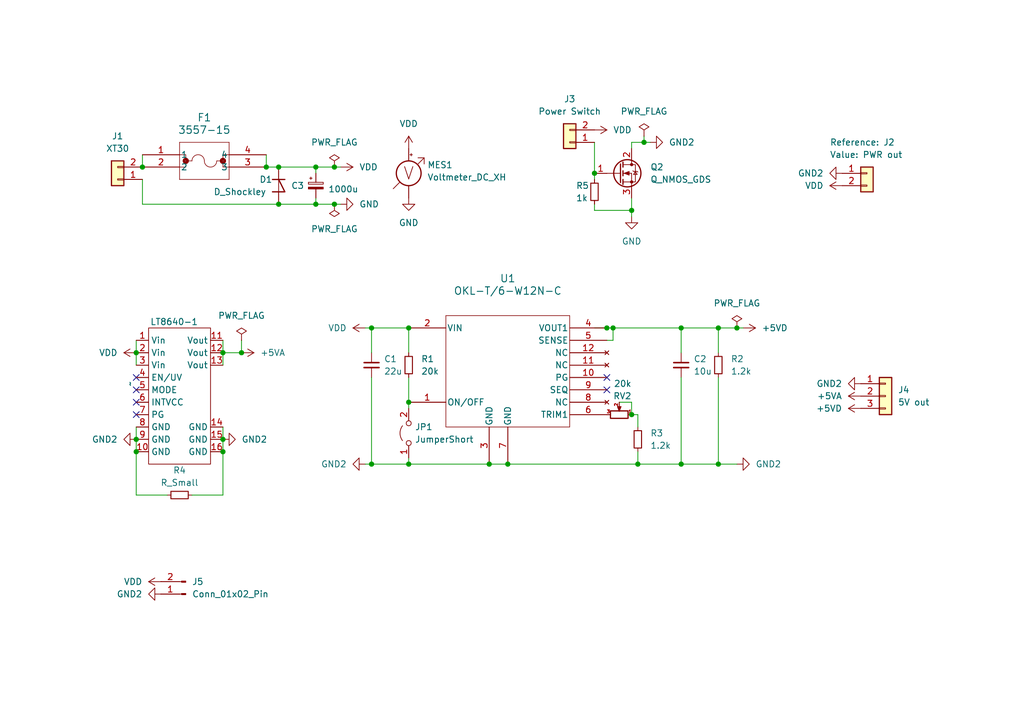
<source format=kicad_sch>
(kicad_sch (version 20231120) (generator "eeschema") (generator_version "8.0")
  (paper "A5")
  (lib_symbols
    (symbol "2024-09-15_15-34-43:OKL-T_6-W12N-C" (pin_names (offset 0.254))
      (property "Reference" "U1" (at 20.32 10.16 0))
      (property "Value" "OKL-T/6-W12N-C" (at 20.32 7.62 0))
      (symbol "OKL-T_6-W12N-C_0_1"
        (polyline (pts (xy 7.62 -20.32) (xy 33.02 -20.32)) (stroke (width 0.127)))
        (polyline (pts (xy 7.62 2.54) (xy 7.62 -20.32)) (stroke (width 0.127)))
        (polyline (pts (xy 33.02 -20.32) (xy 33.02 2.54)) (stroke (width 0.127)))
        (polyline (pts (xy 33.02 2.54) (xy 7.62 2.54)) (stroke (width 0.127)))
        (pin unspecified line (at 40.64 -10.16 180) (length 7.62) (name "PG") (number "10"))
        (pin no_connect line (at 40.64 -7.62 180) (length 7.62) (name "NC") (number "11"))
        (pin no_connect line (at 40.64 -5.08 180) (length 7.62) (name "NC") (number "12"))
        (pin input line (at 0 0 0) (length 7.62) (name "VIN") (number "2"))
        (pin no_connect line (at 40.64 -15.24 180) (length 7.62) (name "NC") (number "8"))
        (pin unspecified line (at 40.64 -12.7 180) (length 7.62) (name "SEQ") (number "9"))
      )
      (symbol "OKL-T_6-W12N-C_1_1"
        (pin passive line (at 0 -15.24 0) (length 7.62) (name "ON/OFF") (number "1"))
        (pin passive line (at 16.51 -27.94 90) (length 7.62) (name "GND") (number "3"))
        (pin passive line (at 40.64 0 180) (length 7.62) (name "VOUT1") (number "4"))
        (pin passive line (at 40.64 -2.54 180) (length 7.62) (name "SENSE") (number "5"))
        (pin passive line (at 40.64 -17.78 180) (length 7.62) (name "TRIM1") (number "6"))
        (pin passive line (at 20.32 -27.94 90) (length 7.62) (name "GND") (number "7"))
      )
    )
    (symbol "3357_15:3557-15" (pin_names (offset 0.254))
      (property "Reference" "F1" (at 12.7 7.62 0))
      (property "Value" "3557-15" (at 12.7 5.08 0))
      (symbol "3557-15_0_1"
        (polyline (pts (xy 7.62 -5.08) (xy 17.78 -5.08)) (stroke (width 0.127)))
        (polyline (pts (xy 7.62 0) (xy 8.89 0)) (stroke (width 0.127)))
        (polyline (pts (xy 7.62 2.54) (xy 7.62 -5.08)) (stroke (width 0.127)))
        (polyline (pts (xy 8.89 -2.54) (xy 7.62 -2.54)) (stroke (width 0.127)))
        (polyline (pts (xy 8.89 -1.27) (xy 10.16 -1.27)) (stroke (width 0.127)))
        (polyline (pts (xy 8.89 0) (xy 8.89 -2.54)) (stroke (width 0.127)))
        (polyline (pts (xy 15.24 -1.27) (xy 16.51 -1.27)) (stroke (width 0.127)))
        (polyline (pts (xy 16.51 -2.54) (xy 17.78 -2.54)) (stroke (width 0.127)))
        (polyline (pts (xy 16.51 0) (xy 16.51 -2.54)) (stroke (width 0.127)))
        (polyline (pts (xy 16.51 0) (xy 17.78 0)) (stroke (width 0.127)))
        (polyline (pts (xy 17.78 -5.08) (xy 17.78 2.54)) (stroke (width 0.127)))
        (polyline (pts (xy 17.78 2.54) (xy 7.62 2.54)) (stroke (width 0.127)))
        (circle (center 8.89 -1.27) (radius 0.127) (stroke (width 0.508)))
        (arc (start 12.7 -1.27) (mid 11.43 -0.0055) (end 10.16 -1.27) (stroke (width 0.127)))
        (arc (start 12.7 -1.27) (mid 13.97 -2.5345) (end 15.24 -1.27) (stroke (width 0.127)))
        (circle (center 16.51 -1.27) (radius 0.127) (stroke (width 0.508)))
      )
      (symbol "3557-15_1_1"
        (pin passive line (at 0 0 0) (length 7.62) (name "1") (number "1"))
        (pin passive line (at 0 -2.54 0) (length 7.62) (name "2") (number "2"))
        (pin passive line (at 25.4 -2.54 180) (length 7.62) (name "3") (number "3"))
        (pin passive line (at 25.4 0 180) (length 7.62) (name "4") (number "4"))
      )
    )
    (symbol "Connector:Conn_01x02_Pin" (pin_names (offset 1.016) hide)
      (property "Reference" "J" (at 0 2.54 0))
      (property "Value" "Conn_01x02_Pin" (at 0 -5.08 0))
      (symbol "Conn_01x02_Pin_1_1"
        (polyline (pts (xy 1.27 -2.54) (xy 0.8636 -2.54)) (stroke (width 0.1524)))
        (polyline (pts (xy 1.27 0) (xy 0.8636 0)) (stroke (width 0.1524)))
        (rectangle (start 0.8636 -2.413) (end 0 -2.667) (stroke (width 0.1524)) (fill (type outline)))
        (rectangle (start 0.8636 0.127) (end 0 -0.127) (stroke (width 0.1524)) (fill (type outline)))
        (pin passive line (at 5.08 0 180) (length 3.81) (name "Pin_1") (number "1"))
        (pin passive line (at 5.08 -2.54 180) (length 3.81) (name "Pin_2") (number "2"))
      )
    )
    (symbol "Connector_Generic:Conn_01x02" (pin_names (offset 1.016) hide)
      (property "Reference" "J" (at 0 2.54 0))
      (property "Value" "Conn_01x02" (at 0 -5.08 0))
      (symbol "Conn_01x02_1_1"
        (rectangle (start -1.27 -2.413) (end 0 -2.667) (stroke (width 0.1524)))
        (rectangle (start -1.27 0.127) (end 0 -0.127) (stroke (width 0.1524)))
        (rectangle (start -1.27 1.27) (end 1.27 -3.81) (stroke (width 0.254)) (fill (type background)))
        (pin passive line (at -5.08 0 0) (length 3.81) (name "Pin_1") (number "1"))
        (pin passive line (at -5.08 -2.54 0) (length 3.81) (name "Pin_2") (number "2"))
      )
    )
    (symbol "Connector_Generic:Conn_01x03" (pin_names (offset 1.016) hide)
      (property "Reference" "J" (at 0 5.08 0))
      (property "Value" "Conn_01x03" (at 0 -5.08 0))
      (symbol "Conn_01x03_1_1"
        (rectangle (start -1.27 -2.413) (end 0 -2.667) (stroke (width 0.1524)))
        (rectangle (start -1.27 0.127) (end 0 -0.127) (stroke (width 0.1524)))
        (rectangle (start -1.27 2.667) (end 0 2.413) (stroke (width 0.1524)))
        (rectangle (start -1.27 3.81) (end 1.27 -3.81) (stroke (width 0.254)) (fill (type background)))
        (pin passive line (at -5.08 2.54 0) (length 3.81) (name "Pin_1") (number "1"))
        (pin passive line (at -5.08 0 0) (length 3.81) (name "Pin_2") (number "2"))
        (pin passive line (at -5.08 -2.54 0) (length 3.81) (name "Pin_3") (number "3"))
      )
    )
    (symbol "Device:C_Polarized_Small" (pin_numbers hide) (pin_names (offset 0.254) hide)
      (property "Reference" "C" (at 0.254 1.778 0))
      (property "Value" "C_Polarized_Small" (at 0.254 -2.032 0))
      (symbol "C_Polarized_Small_0_1"
        (rectangle (start -1.524 -0.3048) (end 1.524 -0.6858) (fill (type outline)))
        (rectangle (start -1.524 0.6858) (end 1.524 0.3048))
        (polyline (pts (xy -1.27 1.524) (xy -0.762 1.524)))
        (polyline (pts (xy -1.016 1.27) (xy -1.016 1.778)))
      )
      (symbol "C_Polarized_Small_1_1"
        (pin passive line (at 0 2.54 270) (length 1.8542) (name "~") (number "1"))
        (pin passive line (at 0 -2.54 90) (length 1.8542) (name "~") (number "2"))
      )
    )
    (symbol "Device:C_Small" (pin_numbers hide) (pin_names (offset 0.254) hide)
      (property "Reference" "C" (at 0.254 1.778 0))
      (property "Value" "C_Small" (at 0.254 -2.032 0))
      (symbol "C_Small_0_1"
        (polyline (pts (xy -1.524 -0.508) (xy 1.524 -0.508)) (stroke (width 0.3302)))
        (polyline (pts (xy -1.524 0.508) (xy 1.524 0.508)) (stroke (width 0.3048)))
      )
      (symbol "C_Small_1_1"
        (pin passive line (at 0 2.54 270) (length 2.032) (name "~") (number "1"))
        (pin passive line (at 0 -2.54 90) (length 2.032) (name "~") (number "2"))
      )
    )
    (symbol "Device:D_Shockley" (pin_numbers hide) (pin_names (offset 1.016) hide)
      (property "Reference" "D" (at 0 2.54 0))
      (property "Value" "D_Shockley" (at 0 -2.54 0))
      (symbol "D_Shockley_0_1"
        (polyline (pts (xy -1.27 0) (xy 1.27 0)))
        (polyline (pts (xy -1.27 1.27) (xy -1.27 -1.27)) (stroke (width 0.254)))
        (polyline (pts (xy -1.27 0) (xy 1.27 1.27) (xy 1.27 -1.27)) (stroke (width 0.254)))
      )
      (symbol "D_Shockley_1_1"
        (pin passive line (at -3.81 0 0) (length 2.54) (name "K") (number "1"))
        (pin passive line (at 3.81 0 180) (length 2.54) (name "A") (number "2"))
      )
    )
    (symbol "Device:Q_NMOS_GDS" (pin_names (offset 0) hide)
      (property "Reference" "Q" (at 5.08 1.27 0))
      (property "Value" "Q_NMOS_GDS" (at 5.08 -1.27 0))
      (symbol "Q_NMOS_GDS_0_1"
        (polyline (pts (xy 0.254 0) (xy -2.54 0)))
        (polyline (pts (xy 0.254 1.905) (xy 0.254 -1.905)) (stroke (width 0.254)))
        (polyline (pts (xy 0.762 -1.27) (xy 0.762 -2.286)) (stroke (width 0.254)))
        (polyline (pts (xy 0.762 0.508) (xy 0.762 -0.508)) (stroke (width 0.254)))
        (polyline (pts (xy 0.762 2.286) (xy 0.762 1.27)) (stroke (width 0.254)))
        (polyline (pts (xy 2.54 2.54) (xy 2.54 1.778)))
        (polyline (pts (xy 2.54 -2.54) (xy 2.54 0) (xy 0.762 0)))
        (polyline (pts (xy 0.762 -1.778) (xy 3.302 -1.778) (xy 3.302 1.778) (xy 0.762 1.778)))
        (polyline (pts (xy 1.016 0) (xy 2.032 0.381) (xy 2.032 -0.381) (xy 1.016 0)) (fill (type outline)))
        (polyline (pts (xy 2.794 0.508) (xy 2.921 0.381) (xy 3.683 0.381) (xy 3.81 0.254)))
        (polyline (pts (xy 3.302 0.381) (xy 2.921 -0.254) (xy 3.683 -0.254) (xy 3.302 0.381)))
        (circle (center 1.651 0) (radius 2.794) (stroke (width 0.254)))
        (circle (center 2.54 -1.778) (radius 0.254) (fill (type outline)))
        (circle (center 2.54 1.778) (radius 0.254) (fill (type outline)))
      )
      (symbol "Q_NMOS_GDS_1_1"
        (pin input line (at -5.08 0 0) (length 2.54) (name "G") (number "1"))
        (pin passive line (at 2.54 5.08 270) (length 2.54) (name "D") (number "2"))
        (pin passive line (at 2.54 -5.08 90) (length 2.54) (name "S") (number "3"))
      )
    )
    (symbol "Device:R_Potentiometer_Small" (pin_names (offset 1.016) hide)
      (property "Reference" "RV" (at -4.445 0 90))
      (property "Value" "R_Potentiometer_Small" (at -2.54 0 90))
      (symbol "R_Potentiometer_Small_0_1"
        (polyline (pts (xy 0.889 0) (xy 0.635 0) (xy 1.651 0.381) (xy 1.651 -0.381) (xy 0.635 0) (xy 0.889 0)) (fill (type outline)))
        (rectangle (start 0.762 1.8034) (end -0.762 -1.8034) (stroke (width 0.254)))
      )
      (symbol "R_Potentiometer_Small_1_1"
        (pin passive line (at 0 2.54 270) (length 0.635) (name "1") (number "1"))
        (pin passive line (at 2.54 0 180) (length 0.9906) (name "2") (number "2"))
        (pin passive line (at 0 -2.54 90) (length 0.635) (name "3") (number "3"))
      )
    )
    (symbol "Device:R_Small" (pin_numbers hide) (pin_names (offset 0.254) hide)
      (property "Reference" "R" (at 0.762 0.508 0))
      (property "Value" "R_Small" (at 0.762 -1.016 0))
      (symbol "R_Small_0_1"
        (rectangle (start -0.762 1.778) (end 0.762 -1.778) (stroke (width 0.2032)))
      )
      (symbol "R_Small_1_1"
        (pin passive line (at 0 2.54 270) (length 0.762) (name "~") (number "1"))
        (pin passive line (at 0 -2.54 90) (length 0.762) (name "~") (number "2"))
      )
    )
    (symbol "Device:Voltmeter_DC" (pin_numbers hide) (pin_names (offset 0.0254) hide)
      (property "Reference" "MES" (at -3.302 1.016 0))
      (property "Value" "Voltmeter_DC" (at -3.302 -0.762 0))
      (symbol "Voltmeter_DC_0_0"
        (polyline (pts (xy -3.175 -3.175) (xy -1.905 -1.905)))
        (polyline (pts (xy 1.905 1.905) (xy 3.175 3.175)))
        (polyline (pts (xy 1.905 3.175) (xy 3.175 3.175) (xy 3.175 1.905)))
        (text "V" (at 0 0 0) (effects (font (size 2.54 2.54))))
      )
      (symbol "Voltmeter_DC_0_1"
        (polyline (pts (xy 0.254 3.81) (xy 0.762 3.81)))
        (polyline (pts (xy 0.508 4.064) (xy 0.508 3.556)))
        (circle (center 0 0) (radius 2.54) (stroke (width 0.254)))
      )
      (symbol "Voltmeter_DC_1_1"
        (pin passive line (at 0 -5.08 90) (length 2.54) (name "-") (number "1"))
        (pin passive line (at 0 5.08 270) (length 2.54) (name "+") (number "2"))
      )
    )
    (symbol "GND2_1" (power) (pin_numbers hide) (pin_names (offset 0) hide)
      (property "Value" "GND2" (at 0 -3.81 0))
      (symbol "GND2_1_0_1"
        (polyline (pts (xy 0 0) (xy 0 -1.27) (xy 1.27 -1.27) (xy 0 -2.54) (xy -1.27 -1.27) (xy 0 -1.27)))
      )
      (symbol "GND2_1_1_1"
        (pin power_in line (at 0 0 270) (length 0) (name "~") (number "1"))
      )
    )
    (symbol "Jumper:Jumper_2_Open" (pin_names (offset 0) hide)
      (property "Reference" "JP" (at 0 2.794 0))
      (property "Value" "Jumper_2_Open" (at 0 -2.286 0))
      (symbol "Jumper_2_Open_0_0"
        (circle (center -2.032 0) (radius 0.508))
        (circle (center 2.032 0) (radius 0.508))
      )
      (symbol "Jumper_2_Open_0_1"
        (arc (start 1.524 1.27) (mid 0 1.778) (end -1.524 1.27))
      )
      (symbol "Jumper_2_Open_1_1"
        (pin passive line (at -5.08 0 0) (length 2.54) (name "A") (number "1"))
        (pin passive line (at 5.08 0 180) (length 2.54) (name "B") (number "2"))
      )
    )
    (symbol "LT8640:LT8640"
      (property "Reference" "LT8640-1" (at 15.24 -13.97 90))
      (property "Value" "~" (at 2.54 0 0))
      (symbol "LT8640_0_1"
        (rectangle (start -13.97 -3.81) (end 13.97 -16.51))
      )
      (symbol "LT8640_1_1"
        (pin power_in line (at 11.43 -1.27 270) (length 2.54) (name "Vin") (number "1"))
        (pin passive line (at -11.43 -1.27 270) (length 2.54) (name "GND") (number "10"))
        (pin passive line (at 11.43 -19.05 90) (length 2.54) (name "Vout") (number "11"))
        (pin passive line (at 8.89 -19.05 90) (length 2.54) (name "Vout") (number "12"))
        (pin passive line (at 6.35 -19.05 90) (length 2.54) (name "Vout") (number "13"))
        (pin passive line (at -6.35 -19.05 90) (length 2.54) (name "GND") (number "14"))
        (pin passive line (at -8.89 -19.05 90) (length 2.54) (name "GND") (number "15"))
        (pin passive line (at -11.43 -19.05 90) (length 2.54) (name "GND") (number "16"))
        (pin power_in line (at 8.89 -1.27 270) (length 2.54) (name "Vin") (number "2"))
        (pin power_in line (at 6.35 -1.27 270) (length 2.54) (name "Vin") (number "3"))
        (pin passive line (at 3.81 -1.27 270) (length 2.54) (name "EN/UV") (number "4"))
        (pin passive line (at 1.27 -1.27 270) (length 2.54) (name "MODE") (number "5"))
        (pin passive line (at -1.27 -1.27 270) (length 2.54) (name "INTVCC") (number "6"))
        (pin passive line (at -3.81 -1.27 270) (length 2.54) (name "PG") (number "7"))
        (pin passive line (at -6.35 -1.27 270) (length 2.54) (name "GND") (number "8"))
        (pin passive line (at -8.89 -1.27 270) (length 2.54) (name "GND") (number "9"))
      )
    )
    (symbol "VDD_1" (power) (pin_numbers hide) (pin_names (offset 0) hide)
      (property "Value" "VDD" (at 0 3.556 0))
      (symbol "VDD_1_0_1"
        (polyline (pts (xy -0.762 1.27) (xy 0 2.54)))
        (polyline (pts (xy 0 0) (xy 0 2.54)))
        (polyline (pts (xy 0 2.54) (xy 0.762 1.27)))
      )
      (symbol "VDD_1_1_1"
        (pin power_in line (at 0 0 90) (length 0) (name "~") (number "1"))
      )
    )
    (symbol "power:+5VA" (power) (pin_names (offset 0))
      (property "Value" "+5VA" (at 0 3.556 0))
      (symbol "+5VA_0_1"
        (polyline (pts (xy -0.762 1.27) (xy 0 2.54)))
        (polyline (pts (xy 0 0) (xy 0 2.54)))
        (polyline (pts (xy 0 2.54) (xy 0.762 1.27)))
      )
      (symbol "+5VA_1_1"
        (pin power_in line (at 0 0 90) (length 0) hide (name "+5VA") (number "1"))
      )
    )
    (symbol "power:+5VD" (power) (pin_names (offset 0))
      (property "Value" "+5VD" (at 0 3.556 0))
      (symbol "+5VD_0_1"
        (polyline (pts (xy -0.762 1.27) (xy 0 2.54)))
        (polyline (pts (xy 0 0) (xy 0 2.54)))
        (polyline (pts (xy 0 2.54) (xy 0.762 1.27)))
      )
      (symbol "+5VD_1_1"
        (pin power_in line (at 0 0 90) (length 0) hide (name "+5VD") (number "1"))
      )
    )
    (symbol "power:GND" (power) (pin_names (offset 0))
      (property "Value" "GND" (at 0 -3.81 0))
      (symbol "GND_0_1"
        (polyline (pts (xy 0 0) (xy 0 -1.27) (xy 1.27 -1.27) (xy 0 -2.54) (xy -1.27 -1.27) (xy 0 -1.27)))
      )
      (symbol "GND_1_1"
        (pin power_in line (at 0 0 270) (length 0) hide (name "GND") (number "1"))
      )
    )
    (symbol "power:GND2" (power) (pin_names (offset 0))
      (property "Value" "GND2" (at 0 -3.81 0))
      (symbol "GND2_0_1"
        (polyline (pts (xy 0 0) (xy 0 -1.27) (xy 1.27 -1.27) (xy 0 -2.54) (xy -1.27 -1.27) (xy 0 -1.27)))
      )
      (symbol "GND2_1_1"
        (pin power_in line (at 0 0 270) (length 0) hide (name "GND2") (number "1"))
      )
    )
    (symbol "power:PWR_FLAG" (power) (pin_numbers hide) (pin_names (offset 0) hide)
      (property "Value" "PWR_FLAG" (at 0 3.81 0))
      (symbol "PWR_FLAG_0_0"
        (pin power_out line (at 0 0 90) (length 0) (name "pwr") (number "1"))
      )
      (symbol "PWR_FLAG_0_1"
        (polyline (pts (xy 0 0) (xy 0 1.27) (xy -1.016 1.905) (xy 0 2.54) (xy 1.016 1.905) (xy 0 1.27)))
      )
    )
    (symbol "power:VDD" (power) (pin_names (offset 0))
      (property "Value" "VDD" (at 0 3.81 0))
      (symbol "VDD_0_1"
        (polyline (pts (xy -0.762 1.27) (xy 0 2.54)))
        (polyline (pts (xy 0 0) (xy 0 2.54)))
        (polyline (pts (xy 0 2.54) (xy 0.762 1.27)))
      )
      (symbol "VDD_1_1"
        (pin power_in line (at 0 0 90) (length 0) hide (name "VDD") (number "1"))
      )
    )
  )
  (junction (at 45.72 90.17))
  (junction (at 76.2 67.31))
  (junction (at 147.32 67.31))
  (junction (at 64.77 41.91))
  (junction (at 139.7 67.31))
  (junction (at 124.46 67.31))
  (junction (at 129.54 85.09))
  (junction (at 27.94 90.17))
  (junction (at 83.82 67.31))
  (junction (at 83.82 95.25))
  (junction (at 147.32 95.25))
  (junction (at 125.73 67.31))
  (junction (at 139.7 95.25))
  (junction (at 45.72 92.71))
  (junction (at 54.61 34.29))
  (junction (at 121.92 35.56))
  (junction (at 68.58 34.29))
  (junction (at 57.15 34.29))
  (junction (at 76.2 95.25))
  (junction (at 29.21 34.29))
  (junction (at 64.77 34.29))
  (junction (at 151.13 67.31))
  (junction (at 49.53 72.39))
  (junction (at 45.72 72.39))
  (junction (at 57.15 41.91))
  (junction (at 129.54 43.18))
  (junction (at 83.82 82.55))
  (junction (at 27.94 92.71))
  (junction (at 132.08 29.21))
  (junction (at 100.33 95.25))
  (junction (at 104.14 95.25))
  (junction (at 130.81 95.25))
  (junction (at 68.58 41.91))
  (junction (at 27.94 72.39))
  (no_connect (at 27.94 80.01))
  (no_connect (at 124.46 80.01))
  (no_connect (at 27.94 77.47))
  (no_connect (at 27.94 85.09))
  (no_connect (at 124.46 77.47))
  (no_connect (at 27.94 82.55))
  (wire (pts (xy 39.37 101.6) (xy 45.72 101.6)))
  (wire (pts (xy 45.72 87.63) (xy 45.72 90.17)))
  (wire (pts (xy 124.46 67.31) (xy 125.73 67.31)))
  (wire (pts (xy 45.72 101.6) (xy 45.72 92.71)))
  (wire (pts (xy 130.81 95.25) (xy 139.7 95.25)))
  (wire (pts (xy 125.73 69.85) (xy 125.73 67.31)))
  (wire (pts (xy 83.82 77.47) (xy 83.82 82.55)))
  (wire (pts (xy 100.33 95.25) (xy 104.14 95.25)))
  (wire (pts (xy 147.32 95.25) (xy 139.7 95.25)))
  (wire (pts (xy 129.54 29.21) (xy 129.54 30.48)))
  (wire (pts (xy 139.7 67.31) (xy 139.7 72.39)))
  (wire (pts (xy 74.93 67.31) (xy 76.2 67.31)))
  (wire (pts (xy 83.82 83.82) (xy 83.82 82.55)))
  (wire (pts (xy 64.77 34.29) (xy 68.58 34.29)))
  (wire (pts (xy 27.94 72.39) (xy 27.94 74.93)))
  (wire (pts (xy 124.46 69.85) (xy 125.73 69.85)))
  (wire (pts (xy 27.94 69.85) (xy 27.94 72.39)))
  (wire (pts (xy 45.72 90.17) (xy 45.72 92.71)))
  (wire (pts (xy 147.32 67.31) (xy 151.13 67.31)))
  (wire (pts (xy 121.92 67.31) (xy 124.46 67.31)))
  (wire (pts (xy 104.14 95.25) (xy 130.81 95.25)))
  (wire (pts (xy 129.54 85.09) (xy 129.54 82.55)))
  (wire (pts (xy 29.21 41.91) (xy 29.21 36.83)))
  (wire (pts (xy 68.58 34.29) (xy 69.85 34.29)))
  (wire (pts (xy 68.58 41.91) (xy 69.85 41.91)))
  (wire (pts (xy 54.61 31.75) (xy 54.61 34.29)))
  (wire (pts (xy 76.2 95.25) (xy 83.82 95.25)))
  (wire (pts (xy 29.21 41.91) (xy 57.15 41.91)))
  (wire (pts (xy 27.94 101.6) (xy 27.94 92.71)))
  (wire (pts (xy 125.73 67.31) (xy 139.7 67.31)))
  (wire (pts (xy 64.77 35.56) (xy 64.77 34.29)))
  (wire (pts (xy 54.61 34.29) (xy 57.15 34.29)))
  (wire (pts (xy 151.13 95.25) (xy 147.32 95.25)))
  (wire (pts (xy 129.54 40.64) (xy 129.54 43.18)))
  (wire (pts (xy 121.92 43.18) (xy 121.92 41.91)))
  (wire (pts (xy 27.94 87.63) (xy 27.94 90.17)))
  (wire (pts (xy 34.29 101.6) (xy 27.94 101.6)))
  (wire (pts (xy 147.32 67.31) (xy 147.32 72.39)))
  (wire (pts (xy 132.08 29.21) (xy 129.54 29.21)))
  (wire (pts (xy 45.72 69.85) (xy 45.72 72.39)))
  (wire (pts (xy 130.81 85.09) (xy 129.54 85.09)))
  (wire (pts (xy 121.92 43.18) (xy 129.54 43.18)))
  (wire (pts (xy 147.32 77.47) (xy 147.32 95.25)))
  (wire (pts (xy 129.54 43.18) (xy 129.54 44.45)))
  (wire (pts (xy 76.2 77.47) (xy 76.2 95.25)))
  (wire (pts (xy 152.4 67.31) (xy 151.13 67.31)))
  (wire (pts (xy 121.92 35.56) (xy 121.92 36.83)))
  (wire (pts (xy 57.15 41.91) (xy 64.77 41.91)))
  (wire (pts (xy 49.53 72.39) (xy 45.72 72.39)))
  (wire (pts (xy 130.81 87.63) (xy 130.81 85.09)))
  (wire (pts (xy 83.82 93.98) (xy 83.82 95.25)))
  (wire (pts (xy 132.08 27.94) (xy 132.08 29.21)))
  (wire (pts (xy 76.2 67.31) (xy 83.82 67.31)))
  (wire (pts (xy 83.82 67.31) (xy 83.82 72.39)))
  (wire (pts (xy 57.15 34.29) (xy 64.77 34.29)))
  (wire (pts (xy 121.92 29.21) (xy 121.92 35.56)))
  (wire (pts (xy 130.81 92.71) (xy 130.81 95.25)))
  (wire (pts (xy 129.54 82.55) (xy 127 82.55)))
  (wire (pts (xy 133.35 29.21) (xy 132.08 29.21)))
  (wire (pts (xy 64.77 40.64) (xy 64.77 41.91)))
  (wire (pts (xy 74.93 95.25) (xy 76.2 95.25)))
  (wire (pts (xy 29.21 31.75) (xy 29.21 34.29)))
  (wire (pts (xy 64.77 41.91) (xy 68.58 41.91)))
  (wire (pts (xy 45.72 72.39) (xy 45.72 74.93)))
  (wire (pts (xy 27.94 90.17) (xy 27.94 92.71)))
  (wire (pts (xy 139.7 67.31) (xy 147.32 67.31)))
  (wire (pts (xy 49.53 69.85) (xy 49.53 72.39)))
  (wire (pts (xy 76.2 67.31) (xy 76.2 72.39)))
  (wire (pts (xy 139.7 77.47) (xy 139.7 95.25)))
  (wire (pts (xy 83.82 95.25) (xy 100.33 95.25)))
  (symbol (lib_id "power:VDD") (at 121.92 26.67 270) (unit 1)
    (property "Reference" "#PWR017" (effects (hide yes)))
    (property "Value" "VDD" (at 125.73 26.67 90) (effects (justify left)))
  )
  (symbol (lib_id "power:+5VA") (at 49.53 72.39 270) (unit 1)
    (property "Reference" "#PWR09" (effects (hide yes)))
    (property "Value" "+5VA" (at 53.34 72.39 90) (effects (justify left)))
  )
  (symbol (lib_id "power:PWR_FLAG") (at 151.13 67.31 0) (unit 1)
    (property "Reference" "#FLG05" (effects (hide yes)))
    (property "Value" "PWR_FLAG" (at 151.13 62.23 0))
  )
  (symbol (lib_id "Connector_Generic:Conn_01x02") (at 116.84 29.21 180) (unit 1)
    (property "Reference" "J3" (at 116.84 20.32 0))
    (property "Value" "Power Switch" (at 116.84 22.86 0))
    (property "Footprint" "Connector_JST:JST_XH_B2B-XH-A_1x02_P2.50mm_Vertical" (effects (hide yes)))
  )
  (symbol (lib_id "LT8640:LT8640") (at 26.67 81.28 90) (unit 1)
    (property "Reference" "LT8640-1" (at 40.64 66.04 90) (effects (justify left)))
    (property "Value" "~" (at 26.67 78.74 0))
    (property "Footprint" "LT8640:LT8640" (effects (hide yes)))
  )
  (symbol (lib_id "power:GND2") (at 133.35 29.21 90) (unit 1)
    (property "Reference" "#PWR010" (effects (hide yes)))
    (property "Value" "GND2" (at 137.16 29.21 90) (effects (justify right)))
  )
  (symbol (lib_id "power:PWR_FLAG") (at 68.58 34.29 0) (unit 1)
    (property "Reference" "#FLG01" (effects (hide yes)))
    (property "Value" "PWR_FLAG" (at 68.58 29.21 0))
  )
  (symbol (lib_id "Device:Q_NMOS_GDS") (at 127 35.56 0) (unit 1)
    (property "Reference" "Q2" (at 133.35 34.29 0) (effects (justify left)))
    (property "Value" "Q_NMOS_GDS" (at 133.35 36.83 0) (effects (justify left)))
    (property "Footprint" "Package_TO_SOT_THT:TO-220-3_Vertical" (effects (hide yes)))
  )
  (symbol (lib_id "power:VDD") (at 69.85 34.29 270) (unit 1)
    (property "Reference" "#PWR01" (effects (hide yes)))
    (property "Value" "VDD" (at 73.66 34.29 90) (effects (justify left)))
  )
  (symbol (lib_id "Device:Voltmeter_DC") (at 83.82 35.56 0) (unit 1)
    (property "Reference" "MES1" (at 87.63 33.8455 0) (effects (justify left)))
    (property "Value" "Voltmeter_DC_XH" (at 87.63 36.3855 0) (effects (justify left)))
    (property "Footprint" "Connector_JST:JST_XH_B2B-XH-A_1x02_P2.50mm_Vertical" (effects (hide yes)))
  )
  (symbol (lib_id "Jumper:Jumper_2_Open") (at 83.82 88.9 90) (unit 1)
    (property "Reference" "JP1" (at 85.09 87.63 90) (effects (justify right)))
    (property "Value" "JumperShort" (at 85.09 90.17 90) (effects (justify right)))
    (property "Footprint" "Connector_PinHeader_2.54mm:PinHeader_1x02_P2.54mm_Vertical" (effects (hide yes)))
  )
  (symbol (lib_id "power:PWR_FLAG") (at 132.08 27.94 0) (unit 1)
    (property "Reference" "#FLG04" (effects (hide yes)))
    (property "Value" "PWR_FLAG" (at 132.08 22.86 0))
  )
  (symbol (lib_id "Connector:Conn_01x02_Pin") (at 38.1 121.92 180) (unit 1)
    (property "Reference" "J5" (at 39.37 119.3799 0) (effects (justify right)))
    (property "Value" "Conn_01x02_Pin" (at 39.37 121.9199 0) (effects (justify right)))
    (property "Footprint" "Connector_PinHeader_2.54mm:PinHeader_1x02_P2.54mm_Vertical" (effects (hide yes)))
    (property "Description" "Generic connector, single row, 01x02, script generated" (effects (hide yes)))
  )
  (symbol (lib_id "power:PWR_FLAG") (at 68.58 41.91 180) (unit 1)
    (property "Reference" "#FLG02" (effects (hide yes)))
    (property "Value" "PWR_FLAG" (at 68.58 46.99 0))
  )
  (symbol (lib_id "Device:C_Polarized_Small") (at 64.77 38.1 0) (unit 1)
    (property "Reference" "C3" (at 59.69 38.1 0) (effects (justify left)))
    (property "Value" "1000u" (at 67.31 38.8239 0) (effects (justify left)))
    (property "Footprint" "Capacitor_THT:CP_Radial_D8.0mm_P3.50mm" (effects (hide yes)))
  )
  (symbol (lib_id "power:GND2") (at 172.72 35.56 270) (unit 1)
    (property "Reference" "#PWR07" (effects (hide yes)))
    (property "Value" "GND2" (at 168.91 35.56 90) (effects (justify right)))
  )
  (symbol (lib_id "Device:C_Small") (at 76.2 74.93 0) (unit 1)
    (property "Reference" "C1" (at 78.74 73.6663 0) (effects (justify left)))
    (property "Value" "22u" (at 78.74 76.2063 0) (effects (justify left)))
    (property "Footprint" "Capacitor_SMD:C_0603_1608Metric_Pad1.08x0.95mm_HandSolder" (effects (hide yes)))
  )
  (symbol (lib_id "Device:C_Small") (at 139.7 74.93 0) (unit 1)
    (property "Reference" "C2" (at 142.24 73.6663 0) (effects (justify left)))
    (property "Value" "10u" (at 142.24 76.2063 0) (effects (justify left)))
    (property "Footprint" "Capacitor_SMD:C_0603_1608Metric_Pad1.08x0.95mm_HandSolder" (effects (hide yes)))
  )
  (symbol (lib_id "Device:R_Small") (at 83.82 74.93 0) (unit 1)
    (property "Reference" "R1" (at 86.36 73.66 0) (effects (justify left)))
    (property "Value" "20k" (at 86.36 76.2 0) (effects (justify left)))
    (property "Footprint" "Resistor_SMD:R_0603_1608Metric_Pad0.98x0.95mm_HandSolder" (effects (hide yes)))
  )
  (symbol (lib_id "power:GND") (at 69.85 41.91 90) (unit 1)
    (property "Reference" "#PWR02" (effects (hide yes)))
    (property "Value" "GND" (at 73.66 41.91 90) (effects (justify right)))
  )
  (symbol (lib_id "power:+5VA") (at 176.53 81.28 90) (unit 1)
    (property "Reference" "#PWR020" (effects (hide yes)))
    (property "Value" "+5VA" (at 172.72 81.28 90) (effects (justify left)))
  )
  (symbol (lib_id "power:PWR_FLAG") (at 49.53 69.85 0) (unit 1)
    (property "Reference" "#FLG03" (effects (hide yes)))
    (property "Value" "PWR_FLAG" (at 49.53 64.77 0))
  )
  (symbol (lib_id "power:VDD") (at 83.82 30.48 0) (unit 1)
    (property "Reference" "#PWR03" (effects (hide yes)))
    (property "Value" "VDD" (at 83.82 25.4 0))
  )
  (symbol (lib_id "power:GND") (at 129.54 44.45 0) (unit 1)
    (property "Reference" "#PWR015" (effects (hide yes)))
    (property "Value" "GND" (at 129.54 49.53 0))
  )
  (symbol (lib_id "Device:R_Small") (at 147.32 74.93 0) (unit 1)
    (property "Reference" "R2" (at 149.86 73.66 0) (effects (justify left)))
    (property "Value" "1.2k" (at 149.86 76.2 0) (effects (justify left)))
    (property "Footprint" "Resistor_SMD:R_0603_1608Metric_Pad0.98x0.95mm_HandSolder" (effects (hide yes)))
  )
  (symbol (lib_id "power:VDD") (at 74.93 67.31 90) (unit 1)
    (property "Reference" "#PWR013" (effects (hide yes)))
    (property "Value" "VDD" (at 71.12 67.31 90) (effects (justify left)))
  )
  (symbol (lib_name "GND2_1") (lib_id "power:GND2") (at 33.02 121.92 270) (unit 1)
    (property "Reference" "#PWR021" (effects (hide yes)))
    (property "Value" "GND2" (at 29.21 121.9199 90) (effects (justify right)))
    (property "Description" "Power symbol creates a global label with name \"GND2\" , ground" (effects (hide yes)))
  )
  (symbol (lib_id "power:VDD") (at 172.72 38.1 90) (unit 1)
    (property "Reference" "#PWR011" (effects (hide yes)))
    (property "Value" "VDD" (at 168.91 38.1 90) (effects (justify left)))
  )
  (symbol (lib_id "power:GND2") (at 176.53 78.74 270) (unit 1)
    (property "Reference" "#PWR018" (effects (hide yes)))
    (property "Value" "GND2" (at 172.72 78.74 90) (effects (justify right)))
  )
  (symbol (lib_id "2024-09-15_15-34-43:OKL-T_6-W12N-C") (at 83.82 67.31 0) (unit 1)
    (property "Reference" "U1" (at 104.14 57.15 0) (effects (font (size 1.524 1.524))))
    (property "Value" "OKL-T/6-W12N-C" (at 104.14 59.69 0) (effects (font (size 1.524 1.524))))
    (property "Footprint" "OKL-T_6-W12N-C:DCDC-murata-6A" (effects (hide yes)))
    (property "Datasheet" "OKL-T/6-W12N-C" (effects (hide yes)))
  )
  (symbol (lib_id "power:GND") (at 83.82 40.64 0) (unit 1)
    (property "Reference" "#PWR04" (effects (hide yes)))
    (property "Value" "GND" (at 83.82 45.72 0))
  )
  (symbol (lib_id "Device:D_Shockley") (at 57.15 38.1 270) (unit 1)
    (property "Reference" "D1" (at 55.88 36.83 90) (effects (justify right)))
    (property "Value" "D_Shockley" (at 54.61 39.37 90) (effects (justify right)))
    (property "Footprint" "Diode_THT:D_DO-201AD_P12.70mm_Horizontal" (effects (hide yes)))
  )
  (symbol (lib_id "power:GND2") (at 74.93 95.25 270) (unit 1)
    (property "Reference" "#PWR014" (effects (hide yes)))
    (property "Value" "GND2" (at 71.12 95.25 90) (effects (justify right)))
  )
  (symbol (lib_id "power:GND2") (at 45.72 90.17 90) (unit 1)
    (property "Reference" "#PWR06" (effects (hide yes)))
    (property "Value" "GND2" (at 49.53 90.17 90) (effects (justify right)))
  )
  (symbol (lib_id "Connector_Generic:Conn_01x02") (at 24.13 36.83 180) (unit 1)
    (property "Reference" "J1" (at 24.13 27.94 0))
    (property "Value" "XT30" (at 24.13 30.48 0))
    (property "Footprint" "Connector_AMASS:AMASS_XT30U-M_1x02_P5.0mm_Vertical" (effects (hide yes)))
  )
  (symbol (lib_id "Device:R_Small") (at 36.83 101.6 90) (unit 1)
    (property "Reference" "R4" (at 36.83 96.52 90))
    (property "Value" "R_Small" (at 36.83 99.06 90))
    (property "Footprint" "Resistor_SMD:R_0603_1608Metric_Pad0.98x0.95mm_HandSolder" (effects (hide yes)))
  )
  (symbol (lib_id "power:+5VD") (at 176.53 83.82 90) (unit 1)
    (property "Reference" "#PWR019" (effects (hide yes)))
    (property "Value" "+5VD" (at 172.72 83.82 90) (effects (justify left)))
  )
  (symbol (lib_id "Connector_Generic:Conn_01x03") (at 181.61 81.28 0) (unit 1)
    (property "Reference" "J4" (at 184.15 80.01 0) (effects (justify left)))
    (property "Value" "5V out" (at 184.15 82.55 0) (effects (justify left)))
    (property "Footprint" "Connector_JST:JST_VH_B3P-VH_1x03_P3.96mm_Vertical" (effects (hide yes)))
  )
  (symbol (lib_id "Device:R_Potentiometer_Small") (at 127 85.09 270) (mirror x) (unit 1)
    (property "Reference" "RV2" (at 129.54 81.28 90) (effects (justify right)))
    (property "Value" "20k" (at 129.54 78.74 90) (effects (justify right)))
    (property "Footprint" "Potentiometer_THT:Potentiometer_Bourns_3296W_Vertical" (effects (hide yes)))
  )
  (symbol (lib_id "3357_15:3557-15") (at 29.21 31.75 0) (unit 1)
    (property "Reference" "F1" (at 41.91 24.13 0) (effects (font (size 1.524 1.524))))
    (property "Value" "3557-15" (at 41.91 26.67 0) (effects (font (size 1.524 1.524))))
    (property "Footprint" "3357_15:3557-15_KEY" (effects (hide yes)))
    (property "Datasheet" "3557-15" (effects (hide yes)))
  )
  (symbol (lib_id "Device:R_Small") (at 121.92 39.37 0) (unit 1)
    (property "Reference" "R5" (at 118.11 38.1 0) (effects (justify left)))
    (property "Value" "1k" (at 118.11 40.64 0) (effects (justify left)))
    (property "Footprint" "Resistor_SMD:R_0603_1608Metric_Pad0.98x0.95mm_HandSolder" (effects (hide yes)))
  )
  (symbol (lib_id "power:GND2") (at 151.13 95.25 90) (unit 1)
    (property "Reference" "#PWR016" (effects (hide yes)))
    (property "Value" "GND2" (at 154.94 95.25 90) (effects (justify right)))
  )
  (symbol (lib_id "power:VDD") (at 27.94 72.39 90) (unit 1)
    (property "Reference" "#PWR05" (effects (hide yes)))
    (property "Value" "VDD" (at 24.13 72.39 90) (effects (justify left)))
  )
  (symbol (lib_id "Connector_Generic:Conn_01x02") (at 177.8 35.56 0) (unit 1)
    (property "Reference" "J2" (at 170.18 29.21 0) (show_name yes) (effects (justify left)))
    (property "Value" "PWR out" (at 170.18 31.75 0) (show_name yes) (effects (justify left)))
    (property "Footprint" "Connector_AMASS:AMASS_XT30U-F_1x02_P5.0mm_Vertical" (effects (hide yes)))
  )
  (symbol (lib_id "power:+5VD") (at 152.4 67.31 270) (unit 1)
    (property "Reference" "#PWR012" (effects (hide yes)))
    (property "Value" "+5VD" (at 156.21 67.31 90) (effects (justify left)))
  )
  (symbol (lib_id "power:GND2") (at 27.94 90.17 270) (unit 1)
    (property "Reference" "#PWR08" (effects (hide yes)))
    (property "Value" "GND2" (at 24.13 90.17 90) (effects (justify right)))
  )
  (symbol (lib_id "Device:R_Small") (at 130.81 90.17 0) (unit 1)
    (property "Reference" "R3" (at 133.35 88.9 0) (effects (justify left)))
    (property "Value" "1.2k" (at 133.35 91.44 0) (effects (justify left)))
    (property "Footprint" "Resistor_SMD:R_0603_1608Metric_Pad0.98x0.95mm_HandSolder" (effects (hide yes)))
  )
  (symbol (lib_name "VDD_1") (lib_id "power:VDD") (at 33.02 119.38 90) (unit 1)
    (property "Reference" "#PWR022" (effects (hide yes)))
    (property "Value" "VDD" (at 29.21 119.3799 90) (effects (justify left)))
    (property "Description" "Power symbol creates a global label with name \"VDD\"" (effects (hide yes)))
  )
)
</source>
